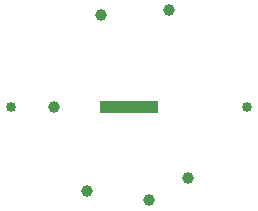
<source format=gbs>
G04 #@! TF.GenerationSoftware,KiCad,Pcbnew,(5.1.8)-1*
G04 #@! TF.CreationDate,2021-06-14T15:46:15+01:00*
G04 #@! TF.ProjectId,amulet,616d756c-6574-42e6-9b69-6361645f7063,rev?*
G04 #@! TF.SameCoordinates,Original*
G04 #@! TF.FileFunction,Soldermask,Bot*
G04 #@! TF.FilePolarity,Negative*
%FSLAX46Y46*%
G04 Gerber Fmt 4.6, Leading zero omitted, Abs format (unit mm)*
G04 Created by KiCad (PCBNEW (5.1.8)-1) date 2021-06-14 15:46:15*
%MOMM*%
%LPD*%
G01*
G04 APERTURE LIST*
%ADD10C,0.850000*%
%ADD11C,1.000000*%
%ADD12R,5.000000X1.000000*%
G04 APERTURE END LIST*
D10*
G04 #@! TO.C,REF\u002A\u002A*
X90000000Y-100000000D03*
G04 #@! TD*
G04 #@! TO.C,REF\u002A\u002A*
X110000000Y-100000000D03*
G04 #@! TD*
D11*
G04 #@! TO.C,TP9*
X96390000Y-107130000D03*
G04 #@! TD*
G04 #@! TO.C,TP8*
X103360000Y-91810000D03*
G04 #@! TD*
G04 #@! TO.C,TP7*
X105000000Y-106000000D03*
G04 #@! TD*
G04 #@! TO.C,TP6*
X101660000Y-107860000D03*
G04 #@! TD*
G04 #@! TO.C,TP5*
X93660000Y-100000000D03*
G04 #@! TD*
G04 #@! TO.C,TP4*
X97600000Y-92150000D03*
G04 #@! TD*
D12*
G04 #@! TO.C,TP2*
X100000000Y-100000000D03*
G04 #@! TD*
M02*

</source>
